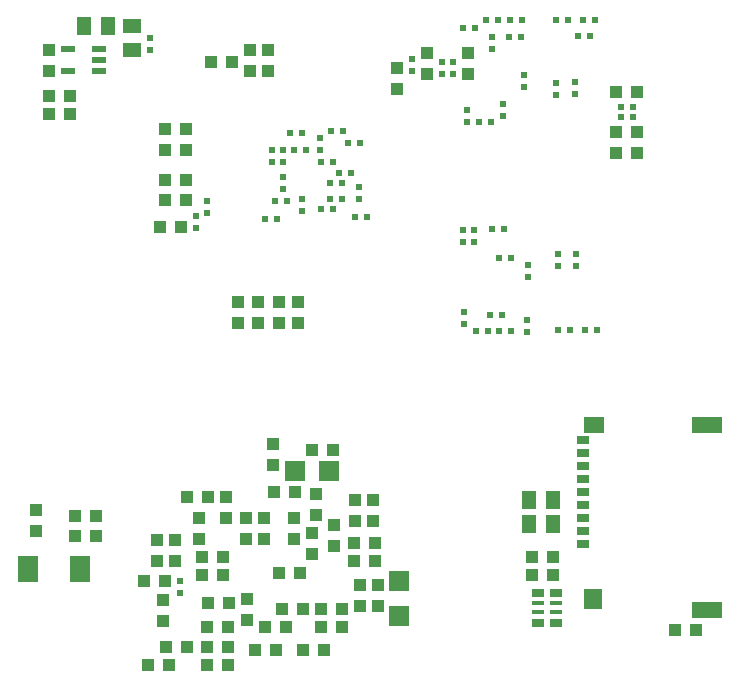
<source format=gbr>
G75*
G70*
%OFA0B0*%
%FSLAX24Y24*%
%IPPOS*%
%LPD*%
%AMOC8*
5,1,8,0,0,1.08239X$1,22.5*
%
%ADD10R,0.0230X0.0240*%
%ADD11R,0.0240X0.0230*%
%ADD12R,0.0400X0.0400*%
%ADD13R,0.0500X0.0600*%
%ADD14R,0.0400X0.0150*%
%ADD15R,0.0400X0.0250*%
%ADD16R,0.0984X0.0531*%
%ADD17R,0.0610X0.0689*%
%ADD18R,0.0669X0.0531*%
%ADD19R,0.0437X0.0276*%
%ADD20R,0.0700X0.0900*%
%ADD21R,0.0650X0.0700*%
%ADD22R,0.0472X0.0217*%
%ADD23R,0.0600X0.0500*%
%ADD24R,0.0700X0.0650*%
D10*
X013108Y009252D03*
X013108Y009652D03*
X022575Y018204D03*
X022575Y018604D03*
X024689Y018349D03*
X024689Y017949D03*
X024718Y019782D03*
X024718Y020182D03*
X025708Y020132D03*
X025708Y020532D03*
X026298Y020532D03*
X026298Y020132D03*
X022908Y020952D03*
X022558Y020952D03*
X022558Y021352D03*
X022908Y021352D03*
X022694Y024937D03*
X022694Y025337D03*
X023875Y025534D03*
X023875Y025134D03*
X024588Y026112D03*
X024588Y026512D03*
X025646Y026242D03*
X025646Y025842D03*
X026276Y025882D03*
X026276Y026282D03*
X023520Y027378D03*
X023520Y027778D03*
X022208Y026952D03*
X021858Y026952D03*
X021858Y026552D03*
X022208Y026552D03*
X020858Y026652D03*
X020858Y027052D03*
X017772Y024392D03*
X017772Y023992D03*
X016542Y023998D03*
X016178Y023998D03*
X016178Y023598D03*
X016542Y023598D03*
X016552Y023093D03*
X016552Y022693D03*
X017182Y022384D03*
X017182Y021984D03*
X019071Y022378D03*
X019071Y022778D03*
X014008Y022302D03*
X014008Y021902D03*
X013638Y021802D03*
X013638Y021402D03*
X012108Y027352D03*
X012108Y027752D03*
D11*
X016785Y024586D03*
X017185Y024586D03*
X017303Y023995D03*
X016903Y023995D03*
X017809Y023601D03*
X018209Y023601D03*
X018399Y023247D03*
X018523Y022893D03*
X018799Y023247D03*
X018123Y022893D03*
X018123Y022381D03*
X018209Y022026D03*
X017809Y022026D03*
X018523Y022381D03*
X018950Y021790D03*
X019350Y021790D03*
X019108Y024242D03*
X018708Y024242D03*
X018533Y024625D03*
X018133Y024625D03*
X016673Y022302D03*
X016273Y022302D03*
X016358Y021711D03*
X015958Y021711D03*
X022533Y028089D03*
X022933Y028089D03*
X023320Y028326D03*
X023720Y028326D03*
X024108Y028326D03*
X024508Y028326D03*
X024468Y027774D03*
X024068Y027774D03*
X025643Y028326D03*
X026043Y028326D03*
X026549Y028326D03*
X026949Y028326D03*
X026791Y027814D03*
X026391Y027814D03*
X027808Y025452D03*
X027808Y025102D03*
X028208Y025102D03*
X028208Y025452D03*
X023900Y021357D03*
X023500Y021357D03*
X023753Y020412D03*
X024153Y020412D03*
X023838Y018523D03*
X023438Y018523D03*
X023366Y017971D03*
X023753Y017971D03*
X024153Y017971D03*
X022966Y017971D03*
X025722Y018011D03*
X026122Y018011D03*
X026627Y018011D03*
X027027Y018011D03*
X023484Y024940D03*
X023084Y024940D03*
D12*
X022708Y026552D03*
X022708Y027252D03*
X021358Y027252D03*
X021358Y026552D03*
X020358Y026752D03*
X020358Y026052D03*
X016058Y026652D03*
X015458Y026652D03*
X014858Y026952D03*
X014158Y026952D03*
X015458Y027352D03*
X016058Y027352D03*
X013308Y024702D03*
X013308Y024002D03*
X012608Y024002D03*
X012608Y024702D03*
X012608Y023002D03*
X012608Y022352D03*
X013308Y022352D03*
X013308Y023002D03*
X013158Y021452D03*
X012458Y021452D03*
X015058Y018952D03*
X015708Y018952D03*
X015708Y018252D03*
X015058Y018252D03*
X016408Y018252D03*
X017058Y018252D03*
X017058Y018952D03*
X016408Y018952D03*
X016208Y014202D03*
X016208Y013502D03*
X016258Y012602D03*
X016958Y012602D03*
X017658Y012552D03*
X017658Y011852D03*
X017508Y011252D03*
X017508Y010552D03*
X017108Y009902D03*
X016408Y009902D03*
X015908Y011052D03*
X015308Y011052D03*
X015308Y011752D03*
X015908Y011752D03*
X016908Y011752D03*
X016908Y011052D03*
X018258Y010802D03*
X018908Y010902D03*
X018908Y010302D03*
X019608Y010302D03*
X019608Y010902D03*
X019558Y011652D03*
X018958Y011652D03*
X018958Y012352D03*
X019558Y012352D03*
X018258Y011502D03*
X019108Y009502D03*
X019708Y009502D03*
X019708Y008802D03*
X019108Y008802D03*
X018508Y008702D03*
X018508Y008102D03*
X017808Y008102D03*
X017808Y008702D03*
X017208Y008702D03*
X016508Y008702D03*
X016658Y008102D03*
X015958Y008102D03*
X015358Y008352D03*
X015358Y009052D03*
X014758Y008902D03*
X014058Y008902D03*
X014008Y008102D03*
X014008Y007452D03*
X014008Y006852D03*
X014708Y006852D03*
X014708Y007452D03*
X014708Y008102D03*
X015608Y007352D03*
X016308Y007352D03*
X017208Y007352D03*
X017908Y007352D03*
X014558Y009852D03*
X014558Y010452D03*
X013858Y010452D03*
X013858Y009852D03*
X012958Y010302D03*
X012358Y010302D03*
X012608Y009652D03*
X012558Y009002D03*
X012558Y008302D03*
X012658Y007452D03*
X012758Y006852D03*
X012058Y006852D03*
X013358Y007452D03*
X011908Y009652D03*
X012358Y011002D03*
X012958Y011002D03*
X013758Y011052D03*
X013758Y011752D03*
X014058Y012452D03*
X014658Y012452D03*
X014658Y011752D03*
X013358Y012452D03*
X010308Y011802D03*
X010308Y011152D03*
X009608Y011152D03*
X009608Y011802D03*
X008308Y012002D03*
X008308Y011302D03*
X017508Y014002D03*
X018208Y014002D03*
X024858Y010452D03*
X024858Y009852D03*
X025558Y009852D03*
X025558Y010452D03*
X029608Y008002D03*
X030308Y008002D03*
X028358Y023902D03*
X027658Y023902D03*
X027658Y024602D03*
X028358Y024602D03*
X028358Y025952D03*
X027658Y025952D03*
X009458Y025802D03*
X009458Y025202D03*
X008758Y025202D03*
X008758Y025802D03*
X008758Y026652D03*
X008758Y027352D03*
D13*
X009908Y028152D03*
X010708Y028152D03*
X024758Y012352D03*
X025558Y012352D03*
X025558Y011552D03*
X024758Y011552D03*
D14*
X025058Y008902D03*
X025058Y008602D03*
X025658Y008602D03*
X025658Y008902D03*
D15*
X025658Y009252D03*
X025058Y009252D03*
X025058Y008252D03*
X025658Y008252D03*
D16*
X030680Y008672D03*
X030680Y014833D03*
D17*
X026871Y009026D03*
D18*
X026901Y014833D03*
D19*
X026558Y014331D03*
X026558Y013898D03*
X026558Y013465D03*
X026558Y013032D03*
X026558Y012599D03*
X026558Y012166D03*
X026558Y011733D03*
X026558Y011300D03*
X026558Y010867D03*
D20*
X008051Y010052D03*
X009765Y010052D03*
D21*
X016933Y013302D03*
X018083Y013302D03*
D22*
X010420Y026628D03*
X010420Y027002D03*
X010420Y027376D03*
X009396Y027376D03*
X009396Y026628D03*
D23*
X011508Y027352D03*
X011508Y028152D03*
D24*
X020408Y009627D03*
X020408Y008477D03*
M02*

</source>
